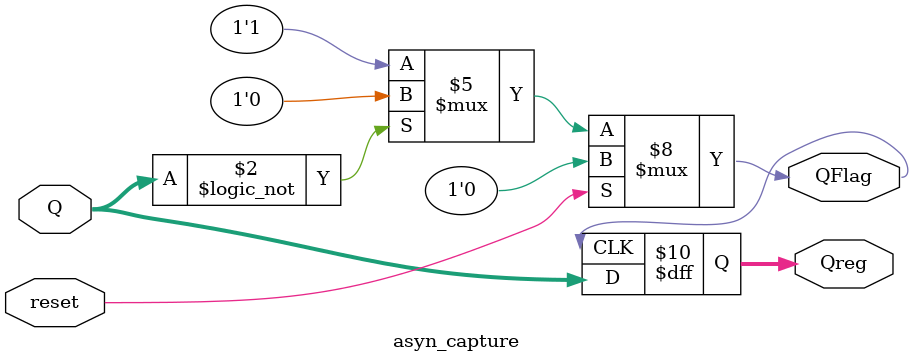
<source format=v>
`timescale 1ns / 1ps



module asyn_capture (Q,QFlag,reset,Qreg);
    input wire[3:0] Q;
    input wire      reset;
    output reg      QFlag;
    output reg[3:0] Qreg;
    
    always@(*)
        begin
            if (reset) 
		QFlag <=0;
            else if(Q == 0) 
		QFlag <=0;
            else 
                begin 
                    QFlag <=1; 
                end
        end
       
    always @ (posedge QFlag) begin
        Qreg <= Q;
    end   
        
endmodule


</source>
